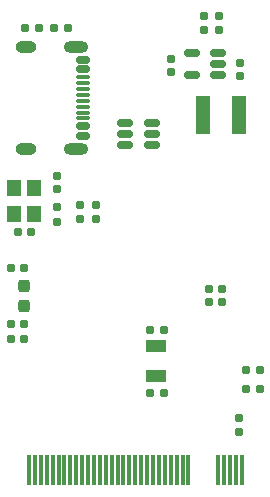
<source format=gbr>
%TF.GenerationSoftware,KiCad,Pcbnew,8.0.1*%
%TF.CreationDate,2024-04-18T13:31:19+02:00*%
%TF.ProjectId,ESP32S3_M.2_Board,45535033-3253-4335-9f4d-2e325f426f61,rev?*%
%TF.SameCoordinates,Original*%
%TF.FileFunction,Paste,Bot*%
%TF.FilePolarity,Positive*%
%FSLAX46Y46*%
G04 Gerber Fmt 4.6, Leading zero omitted, Abs format (unit mm)*
G04 Created by KiCad (PCBNEW 8.0.1) date 2024-04-18 13:31:19*
%MOMM*%
%LPD*%
G01*
G04 APERTURE LIST*
G04 Aperture macros list*
%AMRoundRect*
0 Rectangle with rounded corners*
0 $1 Rounding radius*
0 $2 $3 $4 $5 $6 $7 $8 $9 X,Y pos of 4 corners*
0 Add a 4 corners polygon primitive as box body*
4,1,4,$2,$3,$4,$5,$6,$7,$8,$9,$2,$3,0*
0 Add four circle primitives for the rounded corners*
1,1,$1+$1,$2,$3*
1,1,$1+$1,$4,$5*
1,1,$1+$1,$6,$7*
1,1,$1+$1,$8,$9*
0 Add four rect primitives between the rounded corners*
20,1,$1+$1,$2,$3,$4,$5,0*
20,1,$1+$1,$4,$5,$6,$7,0*
20,1,$1+$1,$6,$7,$8,$9,0*
20,1,$1+$1,$8,$9,$2,$3,0*%
G04 Aperture macros list end*
%ADD10R,0.350000X2.500000*%
%ADD11RoundRect,0.150000X0.512500X0.150000X-0.512500X0.150000X-0.512500X-0.150000X0.512500X-0.150000X0*%
%ADD12R,1.800000X1.000000*%
%ADD13RoundRect,0.160000X-0.197500X-0.160000X0.197500X-0.160000X0.197500X0.160000X-0.197500X0.160000X0*%
%ADD14RoundRect,0.155000X0.212500X0.155000X-0.212500X0.155000X-0.212500X-0.155000X0.212500X-0.155000X0*%
%ADD15RoundRect,0.155000X-0.155000X0.212500X-0.155000X-0.212500X0.155000X-0.212500X0.155000X0.212500X0*%
%ADD16RoundRect,0.237500X-0.237500X0.287500X-0.237500X-0.287500X0.237500X-0.287500X0.237500X0.287500X0*%
%ADD17RoundRect,0.155000X-0.212500X-0.155000X0.212500X-0.155000X0.212500X0.155000X-0.212500X0.155000X0*%
%ADD18R,1.200000X1.400000*%
%ADD19RoundRect,0.155000X0.155000X-0.212500X0.155000X0.212500X-0.155000X0.212500X-0.155000X-0.212500X0*%
%ADD20RoundRect,0.160000X0.197500X0.160000X-0.197500X0.160000X-0.197500X-0.160000X0.197500X-0.160000X0*%
%ADD21RoundRect,0.160000X-0.160000X0.197500X-0.160000X-0.197500X0.160000X-0.197500X0.160000X0.197500X0*%
%ADD22R,1.200000X3.300000*%
%ADD23RoundRect,0.160000X0.160000X-0.197500X0.160000X0.197500X-0.160000X0.197500X-0.160000X-0.197500X0*%
%ADD24RoundRect,0.150000X0.425000X-0.150000X0.425000X0.150000X-0.425000X0.150000X-0.425000X-0.150000X0*%
%ADD25RoundRect,0.075000X0.500000X-0.075000X0.500000X0.075000X-0.500000X0.075000X-0.500000X-0.075000X0*%
%ADD26O,1.800000X1.000000*%
%ADD27O,2.100000X1.000000*%
G04 APERTURE END LIST*
D10*
%TO.C,J2*%
X237900000Y-131850000D03*
X237400000Y-131850000D03*
X236900000Y-131850000D03*
X236400000Y-131850000D03*
X235900000Y-131850000D03*
X233400000Y-131850000D03*
X232900000Y-131850000D03*
X232400000Y-131850000D03*
X231900000Y-131850000D03*
X231400000Y-131850000D03*
X230900000Y-131850000D03*
X230400000Y-131850000D03*
X229900000Y-131850000D03*
X229400000Y-131850000D03*
X228900000Y-131850000D03*
X228400000Y-131850000D03*
X227900000Y-131850000D03*
X227400000Y-131850000D03*
X226900000Y-131850000D03*
X226400000Y-131850000D03*
X225900000Y-131850000D03*
X225400000Y-131850000D03*
X224900000Y-131850000D03*
X224400000Y-131850000D03*
X223900000Y-131850000D03*
X223400000Y-131850000D03*
X222900000Y-131850000D03*
X222400000Y-131850000D03*
X221900000Y-131850000D03*
X221400000Y-131850000D03*
X220900000Y-131850000D03*
X220400000Y-131850000D03*
X219900000Y-131850000D03*
%TD*%
D11*
%TO.C,U1*%
X235937500Y-96487500D03*
X235937500Y-97437500D03*
X235937500Y-98387500D03*
X233662500Y-98387500D03*
X233662500Y-96487500D03*
%TD*%
D12*
%TO.C,Y2*%
X230665000Y-123860000D03*
X230665000Y-121360000D03*
%TD*%
D13*
%TO.C,R6*%
X234752500Y-94600000D03*
X235947500Y-94600000D03*
%TD*%
D14*
%TO.C,C2*%
X219500000Y-119475000D03*
X218365000Y-119475000D03*
%TD*%
D15*
%TO.C,C22*%
X236275000Y-116457500D03*
X236275000Y-117592500D03*
%TD*%
D16*
%TO.C,L1*%
X219500000Y-116200000D03*
X219500000Y-117950000D03*
%TD*%
D15*
%TO.C,C12*%
X225600000Y-109415000D03*
X225600000Y-110550000D03*
%TD*%
D17*
%TO.C,C20*%
X238290000Y-123375000D03*
X239425000Y-123375000D03*
%TD*%
D18*
%TO.C,Y1*%
X218600000Y-110150000D03*
X218600000Y-107950000D03*
X220300000Y-107950000D03*
X220300000Y-110150000D03*
%TD*%
D19*
%TO.C,C5*%
X237750000Y-98492500D03*
X237750000Y-97357500D03*
%TD*%
%TO.C,C7*%
X222250000Y-108017500D03*
X222250000Y-106882500D03*
%TD*%
%TO.C,C4*%
X231950000Y-98117500D03*
X231950000Y-96982500D03*
%TD*%
D20*
%TO.C,R8*%
X220772500Y-94375000D03*
X219577500Y-94375000D03*
%TD*%
%TO.C,R4*%
X235947500Y-93350000D03*
X234752500Y-93350000D03*
%TD*%
D11*
%TO.C,U2*%
X230284195Y-102418514D03*
X230284195Y-103368514D03*
X230284195Y-104318514D03*
X228009195Y-104318514D03*
X228009195Y-103368514D03*
X228009195Y-102418514D03*
%TD*%
D17*
%TO.C,C19*%
X238282500Y-124975000D03*
X239417500Y-124975000D03*
%TD*%
D14*
%TO.C,C3*%
X219500000Y-120750000D03*
X218365000Y-120750000D03*
%TD*%
D21*
%TO.C,R5*%
X222243071Y-109583871D03*
X222243071Y-110778871D03*
%TD*%
D13*
%TO.C,R7*%
X222027500Y-94375000D03*
X223222500Y-94375000D03*
%TD*%
D14*
%TO.C,C1*%
X219492500Y-114700000D03*
X218357500Y-114700000D03*
%TD*%
D17*
%TO.C,C6*%
X218953210Y-111701651D03*
X220088210Y-111701651D03*
%TD*%
D22*
%TO.C,L2*%
X234600000Y-101737500D03*
X237700000Y-101737500D03*
%TD*%
D17*
%TO.C,C8*%
X230152500Y-125257500D03*
X231287500Y-125257500D03*
%TD*%
D23*
%TO.C,R11*%
X237650000Y-128572500D03*
X237650000Y-127377500D03*
%TD*%
D24*
%TO.C,J1*%
X224440000Y-103500000D03*
X224440000Y-102700000D03*
D25*
X224440000Y-101550000D03*
X224440000Y-100550000D03*
X224440000Y-100050000D03*
X224440000Y-99050000D03*
D24*
X224440000Y-97900000D03*
X224440000Y-97100000D03*
X224440000Y-97100000D03*
X224440000Y-97900000D03*
D25*
X224440000Y-98550000D03*
X224440000Y-99550000D03*
X224440000Y-101050000D03*
X224440000Y-102050000D03*
D24*
X224440000Y-102700000D03*
X224440000Y-103500000D03*
D26*
X219685000Y-104620000D03*
D27*
X223865000Y-104620000D03*
D26*
X219685000Y-95980000D03*
D27*
X223865000Y-95980000D03*
%TD*%
D15*
%TO.C,C13*%
X224225000Y-109415000D03*
X224225000Y-110550000D03*
%TD*%
%TO.C,C21*%
X235125000Y-116457500D03*
X235125000Y-117592500D03*
%TD*%
D17*
%TO.C,C9*%
X230152500Y-119982500D03*
X231287500Y-119982500D03*
%TD*%
M02*

</source>
